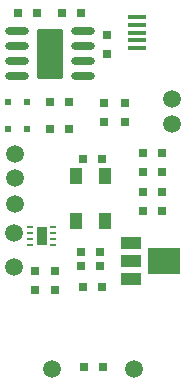
<source format=gbp>
G04 Layer_Color=128*
%FSLAX25Y25*%
%MOIN*%
G70*
G01*
G75*
%ADD10R,0.03150X0.03150*%
%ADD25R,0.03150X0.03150*%
%ADD26R,0.05905X0.01575*%
%ADD27R,0.03937X0.05512*%
%ADD28O,0.08000X0.02400*%
G04:AMPARAMS|DCode=29|XSize=86.61mil|YSize=165.35mil|CornerRadius=4.33mil|HoleSize=0mil|Usage=FLASHONLY|Rotation=0.000|XOffset=0mil|YOffset=0mil|HoleType=Round|Shape=RoundedRectangle|*
%AMROUNDEDRECTD29*
21,1,0.08661,0.15669,0,0,0.0*
21,1,0.07795,0.16535,0,0,0.0*
1,1,0.00866,0.03898,-0.07835*
1,1,0.00866,-0.03898,-0.07835*
1,1,0.00866,-0.03898,0.07835*
1,1,0.00866,0.03898,0.07835*
%
%ADD29ROUNDEDRECTD29*%
%ADD30C,0.05905*%
%ADD31R,0.07000X0.04000*%
%ADD32R,0.11024X0.08661*%
%ADD33R,0.01968X0.00984*%
%ADD34R,0.03543X0.06299*%
%ADD62R,0.02362X0.02362*%
D10*
X39000Y111350D02*
D03*
Y117650D02*
D03*
X38000Y88850D02*
D03*
Y95150D02*
D03*
X21500Y32850D02*
D03*
Y39150D02*
D03*
X14740Y39102D02*
D03*
Y32803D02*
D03*
X45000Y88850D02*
D03*
Y95150D02*
D03*
D25*
X30950Y33800D02*
D03*
X37250D02*
D03*
X37650Y7000D02*
D03*
X31350D02*
D03*
X30050Y125000D02*
D03*
X23750D02*
D03*
X15450D02*
D03*
X9150D02*
D03*
X30201Y45500D02*
D03*
X36500D02*
D03*
X30850Y76500D02*
D03*
X37150D02*
D03*
X26299Y95500D02*
D03*
X20000D02*
D03*
X26299Y86516D02*
D03*
X20000D02*
D03*
X51000Y59000D02*
D03*
X57299D02*
D03*
X51000Y65500D02*
D03*
X57299D02*
D03*
X51000Y72000D02*
D03*
X57299D02*
D03*
X30150Y40800D02*
D03*
X36450D02*
D03*
X51000Y78500D02*
D03*
X57299D02*
D03*
D26*
X49016Y123665D02*
D03*
Y121106D02*
D03*
Y118547D02*
D03*
Y115988D02*
D03*
Y113429D02*
D03*
D27*
X28651Y70861D02*
D03*
Y55900D02*
D03*
X38100D02*
D03*
Y70861D02*
D03*
D28*
X30700Y109000D02*
D03*
Y119000D02*
D03*
Y114000D02*
D03*
Y104000D02*
D03*
X8700Y119000D02*
D03*
Y114000D02*
D03*
Y109000D02*
D03*
Y104000D02*
D03*
D29*
X19700Y111600D02*
D03*
D30*
X8300Y61500D02*
D03*
X8000Y51700D02*
D03*
Y40600D02*
D03*
X60500Y96500D02*
D03*
X8300Y78000D02*
D03*
X20500Y6500D02*
D03*
X48000D02*
D03*
X60500Y88000D02*
D03*
X8300Y70000D02*
D03*
D31*
X46800Y36500D02*
D03*
Y42500D02*
D03*
Y48500D02*
D03*
D32*
X57800Y42500D02*
D03*
D33*
X13320Y47831D02*
D03*
Y49800D02*
D03*
Y51768D02*
D03*
Y53737D02*
D03*
X20800D02*
D03*
Y51768D02*
D03*
Y49800D02*
D03*
Y47831D02*
D03*
D34*
X17060Y50784D02*
D03*
D62*
X12150Y95500D02*
D03*
X5850D02*
D03*
X12150Y86516D02*
D03*
X5850D02*
D03*
M02*

</source>
